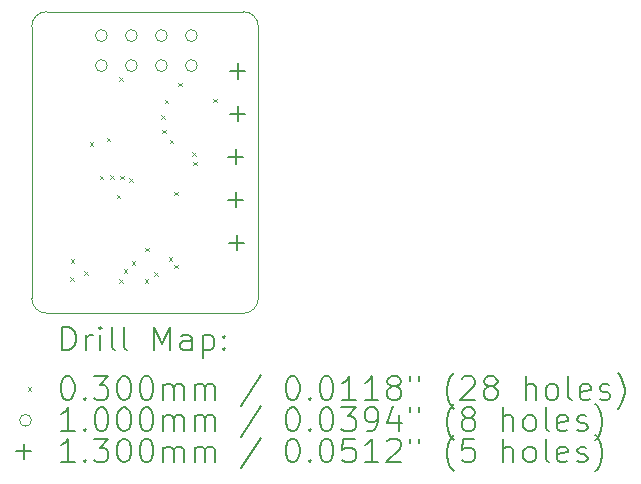
<source format=gbr>
%TF.GenerationSoftware,KiCad,Pcbnew,8.0.5*%
%TF.CreationDate,2025-02-24T22:09:01-06:00*%
%TF.ProjectId,spudglo_driver_mini_v1p0,73707564-676c-46f5-9f64-72697665725f,rev?*%
%TF.SameCoordinates,Original*%
%TF.FileFunction,Drillmap*%
%TF.FilePolarity,Positive*%
%FSLAX45Y45*%
G04 Gerber Fmt 4.5, Leading zero omitted, Abs format (unit mm)*
G04 Created by KiCad (PCBNEW 8.0.5) date 2025-02-24 22:09:01*
%MOMM*%
%LPD*%
G01*
G04 APERTURE LIST*
%ADD10C,0.050000*%
%ADD11C,0.200000*%
%ADD12C,0.100000*%
%ADD13C,0.130000*%
G04 APERTURE END LIST*
D10*
X20828359Y-5027854D02*
G75*
G02*
X20955361Y-5154216I3J-127001D01*
G01*
X20955362Y-7454216D02*
G75*
G02*
X20829000Y-7581215I-126681J-319D01*
G01*
X19163563Y-7581216D02*
G75*
G02*
X19036563Y-7454854I-319J126681D01*
G01*
X20827924Y-5027852D02*
X19162924Y-5027852D01*
X19163563Y-7581216D02*
X20829000Y-7581216D01*
X19036563Y-7454854D02*
X19036563Y-5154854D01*
X19036563Y-5154854D02*
G75*
G02*
X19162924Y-5027852I127001J3D01*
G01*
X20955362Y-7454216D02*
X20955362Y-5154216D01*
D11*
D12*
X19361074Y-7277926D02*
X19391074Y-7307926D01*
X19391074Y-7277926D02*
X19361074Y-7307926D01*
X19366100Y-7122121D02*
X19396100Y-7152121D01*
X19396100Y-7122121D02*
X19366100Y-7152121D01*
X19481000Y-7224000D02*
X19511000Y-7254000D01*
X19511000Y-7224000D02*
X19481000Y-7254000D01*
X19529500Y-6134000D02*
X19559500Y-6164000D01*
X19559500Y-6134000D02*
X19529500Y-6164000D01*
X19614000Y-6416000D02*
X19644000Y-6446000D01*
X19644000Y-6416000D02*
X19614000Y-6446000D01*
X19672927Y-6095073D02*
X19702927Y-6125073D01*
X19702927Y-6095073D02*
X19672927Y-6125073D01*
X19703813Y-6411909D02*
X19733813Y-6441909D01*
X19733813Y-6411909D02*
X19703813Y-6441909D01*
X19756973Y-6577000D02*
X19786973Y-6607000D01*
X19786973Y-6577000D02*
X19756973Y-6607000D01*
X19776254Y-7294000D02*
X19806254Y-7324000D01*
X19806254Y-7294000D02*
X19776254Y-7324000D01*
X19780000Y-5584000D02*
X19810000Y-5614000D01*
X19810000Y-5584000D02*
X19780000Y-5614000D01*
X19784033Y-6415689D02*
X19814033Y-6445689D01*
X19814033Y-6415689D02*
X19784033Y-6445689D01*
X19816973Y-7209364D02*
X19846973Y-7239364D01*
X19846973Y-7209364D02*
X19816973Y-7239364D01*
X19861306Y-6436400D02*
X19891306Y-6466400D01*
X19891306Y-6436400D02*
X19861306Y-6466400D01*
X19883987Y-7142351D02*
X19913987Y-7172351D01*
X19913987Y-7142351D02*
X19883987Y-7172351D01*
X19994594Y-7294883D02*
X20024594Y-7324883D01*
X20024594Y-7294883D02*
X19994594Y-7324883D01*
X19998000Y-7027669D02*
X20028000Y-7057669D01*
X20028000Y-7027669D02*
X19998000Y-7057669D01*
X20074090Y-7235090D02*
X20104090Y-7265090D01*
X20104090Y-7235090D02*
X20074090Y-7265090D01*
X20132000Y-5905000D02*
X20162000Y-5935000D01*
X20162000Y-5905000D02*
X20132000Y-5935000D01*
X20144000Y-6027000D02*
X20174000Y-6057000D01*
X20174000Y-6027000D02*
X20144000Y-6057000D01*
X20164605Y-5774312D02*
X20194605Y-5804312D01*
X20194605Y-5774312D02*
X20164605Y-5804312D01*
X20197749Y-7105622D02*
X20227749Y-7135622D01*
X20227749Y-7105622D02*
X20197749Y-7135622D01*
X20204932Y-6111000D02*
X20234932Y-6141000D01*
X20234932Y-6111000D02*
X20204932Y-6141000D01*
X20242000Y-7172270D02*
X20272000Y-7202270D01*
X20272000Y-7172270D02*
X20242000Y-7202270D01*
X20244003Y-6551850D02*
X20274003Y-6581850D01*
X20274003Y-6551850D02*
X20244003Y-6581850D01*
X20277079Y-5628599D02*
X20307079Y-5658599D01*
X20307079Y-5628599D02*
X20277079Y-5658599D01*
X20396558Y-6217774D02*
X20426558Y-6247774D01*
X20426558Y-6217774D02*
X20396558Y-6247774D01*
X20404932Y-6300000D02*
X20434932Y-6330000D01*
X20434932Y-6300000D02*
X20404932Y-6330000D01*
X20572000Y-5767000D02*
X20602000Y-5797000D01*
X20602000Y-5767000D02*
X20572000Y-5797000D01*
X19677000Y-5230000D02*
G75*
G02*
X19577000Y-5230000I-50000J0D01*
G01*
X19577000Y-5230000D02*
G75*
G02*
X19677000Y-5230000I50000J0D01*
G01*
X19677000Y-5484000D02*
G75*
G02*
X19577000Y-5484000I-50000J0D01*
G01*
X19577000Y-5484000D02*
G75*
G02*
X19677000Y-5484000I50000J0D01*
G01*
X19931000Y-5484000D02*
G75*
G02*
X19831000Y-5484000I-50000J0D01*
G01*
X19831000Y-5484000D02*
G75*
G02*
X19931000Y-5484000I50000J0D01*
G01*
X19931000Y-5230000D02*
G75*
G02*
X19831000Y-5230000I-50000J0D01*
G01*
X19831000Y-5230000D02*
G75*
G02*
X19931000Y-5230000I50000J0D01*
G01*
X20185000Y-5230000D02*
G75*
G02*
X20085000Y-5230000I-50000J0D01*
G01*
X20085000Y-5230000D02*
G75*
G02*
X20185000Y-5230000I50000J0D01*
G01*
X20185000Y-5484000D02*
G75*
G02*
X20085000Y-5484000I-50000J0D01*
G01*
X20085000Y-5484000D02*
G75*
G02*
X20185000Y-5484000I50000J0D01*
G01*
X20439000Y-5230000D02*
G75*
G02*
X20339000Y-5230000I-50000J0D01*
G01*
X20339000Y-5230000D02*
G75*
G02*
X20439000Y-5230000I50000J0D01*
G01*
X20439000Y-5484000D02*
G75*
G02*
X20339000Y-5484000I-50000J0D01*
G01*
X20339000Y-5484000D02*
G75*
G02*
X20439000Y-5484000I50000J0D01*
G01*
D13*
X20763000Y-6190000D02*
X20763000Y-6320000D01*
X20698000Y-6255000D02*
X20828000Y-6255000D01*
X20763000Y-6555000D02*
X20763000Y-6685000D01*
X20698000Y-6620000D02*
X20828000Y-6620000D01*
X20771000Y-6919000D02*
X20771000Y-7049000D01*
X20706000Y-6984000D02*
X20836000Y-6984000D01*
X20780000Y-5464000D02*
X20780000Y-5594000D01*
X20715000Y-5529000D02*
X20845000Y-5529000D01*
X20781000Y-5826000D02*
X20781000Y-5956000D01*
X20716000Y-5891000D02*
X20846000Y-5891000D01*
D11*
X19294839Y-7895200D02*
X19294839Y-7695200D01*
X19294839Y-7695200D02*
X19342458Y-7695200D01*
X19342458Y-7695200D02*
X19371030Y-7704724D01*
X19371030Y-7704724D02*
X19390078Y-7723771D01*
X19390078Y-7723771D02*
X19399601Y-7742819D01*
X19399601Y-7742819D02*
X19409125Y-7780914D01*
X19409125Y-7780914D02*
X19409125Y-7809486D01*
X19409125Y-7809486D02*
X19399601Y-7847581D01*
X19399601Y-7847581D02*
X19390078Y-7866628D01*
X19390078Y-7866628D02*
X19371030Y-7885676D01*
X19371030Y-7885676D02*
X19342458Y-7895200D01*
X19342458Y-7895200D02*
X19294839Y-7895200D01*
X19494839Y-7895200D02*
X19494839Y-7761866D01*
X19494839Y-7799962D02*
X19504363Y-7780914D01*
X19504363Y-7780914D02*
X19513887Y-7771390D01*
X19513887Y-7771390D02*
X19532935Y-7761866D01*
X19532935Y-7761866D02*
X19551982Y-7761866D01*
X19618649Y-7895200D02*
X19618649Y-7761866D01*
X19618649Y-7695200D02*
X19609125Y-7704724D01*
X19609125Y-7704724D02*
X19618649Y-7714247D01*
X19618649Y-7714247D02*
X19628173Y-7704724D01*
X19628173Y-7704724D02*
X19618649Y-7695200D01*
X19618649Y-7695200D02*
X19618649Y-7714247D01*
X19742458Y-7895200D02*
X19723411Y-7885676D01*
X19723411Y-7885676D02*
X19713887Y-7866628D01*
X19713887Y-7866628D02*
X19713887Y-7695200D01*
X19847220Y-7895200D02*
X19828173Y-7885676D01*
X19828173Y-7885676D02*
X19818649Y-7866628D01*
X19818649Y-7866628D02*
X19818649Y-7695200D01*
X20075792Y-7895200D02*
X20075792Y-7695200D01*
X20075792Y-7695200D02*
X20142459Y-7838057D01*
X20142459Y-7838057D02*
X20209125Y-7695200D01*
X20209125Y-7695200D02*
X20209125Y-7895200D01*
X20390078Y-7895200D02*
X20390078Y-7790438D01*
X20390078Y-7790438D02*
X20380554Y-7771390D01*
X20380554Y-7771390D02*
X20361506Y-7761866D01*
X20361506Y-7761866D02*
X20323411Y-7761866D01*
X20323411Y-7761866D02*
X20304363Y-7771390D01*
X20390078Y-7885676D02*
X20371030Y-7895200D01*
X20371030Y-7895200D02*
X20323411Y-7895200D01*
X20323411Y-7895200D02*
X20304363Y-7885676D01*
X20304363Y-7885676D02*
X20294839Y-7866628D01*
X20294839Y-7866628D02*
X20294839Y-7847581D01*
X20294839Y-7847581D02*
X20304363Y-7828533D01*
X20304363Y-7828533D02*
X20323411Y-7819009D01*
X20323411Y-7819009D02*
X20371030Y-7819009D01*
X20371030Y-7819009D02*
X20390078Y-7809486D01*
X20485316Y-7761866D02*
X20485316Y-7961866D01*
X20485316Y-7771390D02*
X20504363Y-7761866D01*
X20504363Y-7761866D02*
X20542459Y-7761866D01*
X20542459Y-7761866D02*
X20561506Y-7771390D01*
X20561506Y-7771390D02*
X20571030Y-7780914D01*
X20571030Y-7780914D02*
X20580554Y-7799962D01*
X20580554Y-7799962D02*
X20580554Y-7857105D01*
X20580554Y-7857105D02*
X20571030Y-7876152D01*
X20571030Y-7876152D02*
X20561506Y-7885676D01*
X20561506Y-7885676D02*
X20542459Y-7895200D01*
X20542459Y-7895200D02*
X20504363Y-7895200D01*
X20504363Y-7895200D02*
X20485316Y-7885676D01*
X20666268Y-7876152D02*
X20675792Y-7885676D01*
X20675792Y-7885676D02*
X20666268Y-7895200D01*
X20666268Y-7895200D02*
X20656744Y-7885676D01*
X20656744Y-7885676D02*
X20666268Y-7876152D01*
X20666268Y-7876152D02*
X20666268Y-7895200D01*
X20666268Y-7771390D02*
X20675792Y-7780914D01*
X20675792Y-7780914D02*
X20666268Y-7790438D01*
X20666268Y-7790438D02*
X20656744Y-7780914D01*
X20656744Y-7780914D02*
X20666268Y-7771390D01*
X20666268Y-7771390D02*
X20666268Y-7790438D01*
D12*
X19004063Y-8208716D02*
X19034063Y-8238716D01*
X19034063Y-8208716D02*
X19004063Y-8238716D01*
D11*
X19332935Y-8115200D02*
X19351982Y-8115200D01*
X19351982Y-8115200D02*
X19371030Y-8124724D01*
X19371030Y-8124724D02*
X19380554Y-8134247D01*
X19380554Y-8134247D02*
X19390078Y-8153295D01*
X19390078Y-8153295D02*
X19399601Y-8191390D01*
X19399601Y-8191390D02*
X19399601Y-8239009D01*
X19399601Y-8239009D02*
X19390078Y-8277105D01*
X19390078Y-8277105D02*
X19380554Y-8296152D01*
X19380554Y-8296152D02*
X19371030Y-8305676D01*
X19371030Y-8305676D02*
X19351982Y-8315200D01*
X19351982Y-8315200D02*
X19332935Y-8315200D01*
X19332935Y-8315200D02*
X19313887Y-8305676D01*
X19313887Y-8305676D02*
X19304363Y-8296152D01*
X19304363Y-8296152D02*
X19294839Y-8277105D01*
X19294839Y-8277105D02*
X19285316Y-8239009D01*
X19285316Y-8239009D02*
X19285316Y-8191390D01*
X19285316Y-8191390D02*
X19294839Y-8153295D01*
X19294839Y-8153295D02*
X19304363Y-8134247D01*
X19304363Y-8134247D02*
X19313887Y-8124724D01*
X19313887Y-8124724D02*
X19332935Y-8115200D01*
X19485316Y-8296152D02*
X19494839Y-8305676D01*
X19494839Y-8305676D02*
X19485316Y-8315200D01*
X19485316Y-8315200D02*
X19475792Y-8305676D01*
X19475792Y-8305676D02*
X19485316Y-8296152D01*
X19485316Y-8296152D02*
X19485316Y-8315200D01*
X19561506Y-8115200D02*
X19685316Y-8115200D01*
X19685316Y-8115200D02*
X19618649Y-8191390D01*
X19618649Y-8191390D02*
X19647220Y-8191390D01*
X19647220Y-8191390D02*
X19666268Y-8200914D01*
X19666268Y-8200914D02*
X19675792Y-8210438D01*
X19675792Y-8210438D02*
X19685316Y-8229486D01*
X19685316Y-8229486D02*
X19685316Y-8277105D01*
X19685316Y-8277105D02*
X19675792Y-8296152D01*
X19675792Y-8296152D02*
X19666268Y-8305676D01*
X19666268Y-8305676D02*
X19647220Y-8315200D01*
X19647220Y-8315200D02*
X19590078Y-8315200D01*
X19590078Y-8315200D02*
X19571030Y-8305676D01*
X19571030Y-8305676D02*
X19561506Y-8296152D01*
X19809125Y-8115200D02*
X19828173Y-8115200D01*
X19828173Y-8115200D02*
X19847220Y-8124724D01*
X19847220Y-8124724D02*
X19856744Y-8134247D01*
X19856744Y-8134247D02*
X19866268Y-8153295D01*
X19866268Y-8153295D02*
X19875792Y-8191390D01*
X19875792Y-8191390D02*
X19875792Y-8239009D01*
X19875792Y-8239009D02*
X19866268Y-8277105D01*
X19866268Y-8277105D02*
X19856744Y-8296152D01*
X19856744Y-8296152D02*
X19847220Y-8305676D01*
X19847220Y-8305676D02*
X19828173Y-8315200D01*
X19828173Y-8315200D02*
X19809125Y-8315200D01*
X19809125Y-8315200D02*
X19790078Y-8305676D01*
X19790078Y-8305676D02*
X19780554Y-8296152D01*
X19780554Y-8296152D02*
X19771030Y-8277105D01*
X19771030Y-8277105D02*
X19761506Y-8239009D01*
X19761506Y-8239009D02*
X19761506Y-8191390D01*
X19761506Y-8191390D02*
X19771030Y-8153295D01*
X19771030Y-8153295D02*
X19780554Y-8134247D01*
X19780554Y-8134247D02*
X19790078Y-8124724D01*
X19790078Y-8124724D02*
X19809125Y-8115200D01*
X19999601Y-8115200D02*
X20018649Y-8115200D01*
X20018649Y-8115200D02*
X20037697Y-8124724D01*
X20037697Y-8124724D02*
X20047220Y-8134247D01*
X20047220Y-8134247D02*
X20056744Y-8153295D01*
X20056744Y-8153295D02*
X20066268Y-8191390D01*
X20066268Y-8191390D02*
X20066268Y-8239009D01*
X20066268Y-8239009D02*
X20056744Y-8277105D01*
X20056744Y-8277105D02*
X20047220Y-8296152D01*
X20047220Y-8296152D02*
X20037697Y-8305676D01*
X20037697Y-8305676D02*
X20018649Y-8315200D01*
X20018649Y-8315200D02*
X19999601Y-8315200D01*
X19999601Y-8315200D02*
X19980554Y-8305676D01*
X19980554Y-8305676D02*
X19971030Y-8296152D01*
X19971030Y-8296152D02*
X19961506Y-8277105D01*
X19961506Y-8277105D02*
X19951982Y-8239009D01*
X19951982Y-8239009D02*
X19951982Y-8191390D01*
X19951982Y-8191390D02*
X19961506Y-8153295D01*
X19961506Y-8153295D02*
X19971030Y-8134247D01*
X19971030Y-8134247D02*
X19980554Y-8124724D01*
X19980554Y-8124724D02*
X19999601Y-8115200D01*
X20151982Y-8315200D02*
X20151982Y-8181866D01*
X20151982Y-8200914D02*
X20161506Y-8191390D01*
X20161506Y-8191390D02*
X20180554Y-8181866D01*
X20180554Y-8181866D02*
X20209125Y-8181866D01*
X20209125Y-8181866D02*
X20228173Y-8191390D01*
X20228173Y-8191390D02*
X20237697Y-8210438D01*
X20237697Y-8210438D02*
X20237697Y-8315200D01*
X20237697Y-8210438D02*
X20247220Y-8191390D01*
X20247220Y-8191390D02*
X20266268Y-8181866D01*
X20266268Y-8181866D02*
X20294839Y-8181866D01*
X20294839Y-8181866D02*
X20313887Y-8191390D01*
X20313887Y-8191390D02*
X20323411Y-8210438D01*
X20323411Y-8210438D02*
X20323411Y-8315200D01*
X20418649Y-8315200D02*
X20418649Y-8181866D01*
X20418649Y-8200914D02*
X20428173Y-8191390D01*
X20428173Y-8191390D02*
X20447220Y-8181866D01*
X20447220Y-8181866D02*
X20475792Y-8181866D01*
X20475792Y-8181866D02*
X20494840Y-8191390D01*
X20494840Y-8191390D02*
X20504363Y-8210438D01*
X20504363Y-8210438D02*
X20504363Y-8315200D01*
X20504363Y-8210438D02*
X20513887Y-8191390D01*
X20513887Y-8191390D02*
X20532935Y-8181866D01*
X20532935Y-8181866D02*
X20561506Y-8181866D01*
X20561506Y-8181866D02*
X20580554Y-8191390D01*
X20580554Y-8191390D02*
X20590078Y-8210438D01*
X20590078Y-8210438D02*
X20590078Y-8315200D01*
X20980554Y-8105676D02*
X20809125Y-8362819D01*
X21237697Y-8115200D02*
X21256744Y-8115200D01*
X21256744Y-8115200D02*
X21275792Y-8124724D01*
X21275792Y-8124724D02*
X21285316Y-8134247D01*
X21285316Y-8134247D02*
X21294840Y-8153295D01*
X21294840Y-8153295D02*
X21304363Y-8191390D01*
X21304363Y-8191390D02*
X21304363Y-8239009D01*
X21304363Y-8239009D02*
X21294840Y-8277105D01*
X21294840Y-8277105D02*
X21285316Y-8296152D01*
X21285316Y-8296152D02*
X21275792Y-8305676D01*
X21275792Y-8305676D02*
X21256744Y-8315200D01*
X21256744Y-8315200D02*
X21237697Y-8315200D01*
X21237697Y-8315200D02*
X21218649Y-8305676D01*
X21218649Y-8305676D02*
X21209125Y-8296152D01*
X21209125Y-8296152D02*
X21199602Y-8277105D01*
X21199602Y-8277105D02*
X21190078Y-8239009D01*
X21190078Y-8239009D02*
X21190078Y-8191390D01*
X21190078Y-8191390D02*
X21199602Y-8153295D01*
X21199602Y-8153295D02*
X21209125Y-8134247D01*
X21209125Y-8134247D02*
X21218649Y-8124724D01*
X21218649Y-8124724D02*
X21237697Y-8115200D01*
X21390078Y-8296152D02*
X21399602Y-8305676D01*
X21399602Y-8305676D02*
X21390078Y-8315200D01*
X21390078Y-8315200D02*
X21380554Y-8305676D01*
X21380554Y-8305676D02*
X21390078Y-8296152D01*
X21390078Y-8296152D02*
X21390078Y-8315200D01*
X21523411Y-8115200D02*
X21542459Y-8115200D01*
X21542459Y-8115200D02*
X21561506Y-8124724D01*
X21561506Y-8124724D02*
X21571030Y-8134247D01*
X21571030Y-8134247D02*
X21580554Y-8153295D01*
X21580554Y-8153295D02*
X21590078Y-8191390D01*
X21590078Y-8191390D02*
X21590078Y-8239009D01*
X21590078Y-8239009D02*
X21580554Y-8277105D01*
X21580554Y-8277105D02*
X21571030Y-8296152D01*
X21571030Y-8296152D02*
X21561506Y-8305676D01*
X21561506Y-8305676D02*
X21542459Y-8315200D01*
X21542459Y-8315200D02*
X21523411Y-8315200D01*
X21523411Y-8315200D02*
X21504363Y-8305676D01*
X21504363Y-8305676D02*
X21494840Y-8296152D01*
X21494840Y-8296152D02*
X21485316Y-8277105D01*
X21485316Y-8277105D02*
X21475792Y-8239009D01*
X21475792Y-8239009D02*
X21475792Y-8191390D01*
X21475792Y-8191390D02*
X21485316Y-8153295D01*
X21485316Y-8153295D02*
X21494840Y-8134247D01*
X21494840Y-8134247D02*
X21504363Y-8124724D01*
X21504363Y-8124724D02*
X21523411Y-8115200D01*
X21780554Y-8315200D02*
X21666268Y-8315200D01*
X21723411Y-8315200D02*
X21723411Y-8115200D01*
X21723411Y-8115200D02*
X21704363Y-8143771D01*
X21704363Y-8143771D02*
X21685316Y-8162819D01*
X21685316Y-8162819D02*
X21666268Y-8172343D01*
X21971030Y-8315200D02*
X21856744Y-8315200D01*
X21913887Y-8315200D02*
X21913887Y-8115200D01*
X21913887Y-8115200D02*
X21894840Y-8143771D01*
X21894840Y-8143771D02*
X21875792Y-8162819D01*
X21875792Y-8162819D02*
X21856744Y-8172343D01*
X22085316Y-8200914D02*
X22066268Y-8191390D01*
X22066268Y-8191390D02*
X22056744Y-8181866D01*
X22056744Y-8181866D02*
X22047221Y-8162819D01*
X22047221Y-8162819D02*
X22047221Y-8153295D01*
X22047221Y-8153295D02*
X22056744Y-8134247D01*
X22056744Y-8134247D02*
X22066268Y-8124724D01*
X22066268Y-8124724D02*
X22085316Y-8115200D01*
X22085316Y-8115200D02*
X22123411Y-8115200D01*
X22123411Y-8115200D02*
X22142459Y-8124724D01*
X22142459Y-8124724D02*
X22151983Y-8134247D01*
X22151983Y-8134247D02*
X22161506Y-8153295D01*
X22161506Y-8153295D02*
X22161506Y-8162819D01*
X22161506Y-8162819D02*
X22151983Y-8181866D01*
X22151983Y-8181866D02*
X22142459Y-8191390D01*
X22142459Y-8191390D02*
X22123411Y-8200914D01*
X22123411Y-8200914D02*
X22085316Y-8200914D01*
X22085316Y-8200914D02*
X22066268Y-8210438D01*
X22066268Y-8210438D02*
X22056744Y-8219962D01*
X22056744Y-8219962D02*
X22047221Y-8239009D01*
X22047221Y-8239009D02*
X22047221Y-8277105D01*
X22047221Y-8277105D02*
X22056744Y-8296152D01*
X22056744Y-8296152D02*
X22066268Y-8305676D01*
X22066268Y-8305676D02*
X22085316Y-8315200D01*
X22085316Y-8315200D02*
X22123411Y-8315200D01*
X22123411Y-8315200D02*
X22142459Y-8305676D01*
X22142459Y-8305676D02*
X22151983Y-8296152D01*
X22151983Y-8296152D02*
X22161506Y-8277105D01*
X22161506Y-8277105D02*
X22161506Y-8239009D01*
X22161506Y-8239009D02*
X22151983Y-8219962D01*
X22151983Y-8219962D02*
X22142459Y-8210438D01*
X22142459Y-8210438D02*
X22123411Y-8200914D01*
X22237697Y-8115200D02*
X22237697Y-8153295D01*
X22313887Y-8115200D02*
X22313887Y-8153295D01*
X22609125Y-8391390D02*
X22599602Y-8381866D01*
X22599602Y-8381866D02*
X22580554Y-8353295D01*
X22580554Y-8353295D02*
X22571030Y-8334247D01*
X22571030Y-8334247D02*
X22561506Y-8305676D01*
X22561506Y-8305676D02*
X22551983Y-8258057D01*
X22551983Y-8258057D02*
X22551983Y-8219962D01*
X22551983Y-8219962D02*
X22561506Y-8172343D01*
X22561506Y-8172343D02*
X22571030Y-8143771D01*
X22571030Y-8143771D02*
X22580554Y-8124724D01*
X22580554Y-8124724D02*
X22599602Y-8096152D01*
X22599602Y-8096152D02*
X22609125Y-8086628D01*
X22675792Y-8134247D02*
X22685316Y-8124724D01*
X22685316Y-8124724D02*
X22704363Y-8115200D01*
X22704363Y-8115200D02*
X22751983Y-8115200D01*
X22751983Y-8115200D02*
X22771030Y-8124724D01*
X22771030Y-8124724D02*
X22780554Y-8134247D01*
X22780554Y-8134247D02*
X22790078Y-8153295D01*
X22790078Y-8153295D02*
X22790078Y-8172343D01*
X22790078Y-8172343D02*
X22780554Y-8200914D01*
X22780554Y-8200914D02*
X22666268Y-8315200D01*
X22666268Y-8315200D02*
X22790078Y-8315200D01*
X22904363Y-8200914D02*
X22885316Y-8191390D01*
X22885316Y-8191390D02*
X22875792Y-8181866D01*
X22875792Y-8181866D02*
X22866268Y-8162819D01*
X22866268Y-8162819D02*
X22866268Y-8153295D01*
X22866268Y-8153295D02*
X22875792Y-8134247D01*
X22875792Y-8134247D02*
X22885316Y-8124724D01*
X22885316Y-8124724D02*
X22904363Y-8115200D01*
X22904363Y-8115200D02*
X22942459Y-8115200D01*
X22942459Y-8115200D02*
X22961506Y-8124724D01*
X22961506Y-8124724D02*
X22971030Y-8134247D01*
X22971030Y-8134247D02*
X22980554Y-8153295D01*
X22980554Y-8153295D02*
X22980554Y-8162819D01*
X22980554Y-8162819D02*
X22971030Y-8181866D01*
X22971030Y-8181866D02*
X22961506Y-8191390D01*
X22961506Y-8191390D02*
X22942459Y-8200914D01*
X22942459Y-8200914D02*
X22904363Y-8200914D01*
X22904363Y-8200914D02*
X22885316Y-8210438D01*
X22885316Y-8210438D02*
X22875792Y-8219962D01*
X22875792Y-8219962D02*
X22866268Y-8239009D01*
X22866268Y-8239009D02*
X22866268Y-8277105D01*
X22866268Y-8277105D02*
X22875792Y-8296152D01*
X22875792Y-8296152D02*
X22885316Y-8305676D01*
X22885316Y-8305676D02*
X22904363Y-8315200D01*
X22904363Y-8315200D02*
X22942459Y-8315200D01*
X22942459Y-8315200D02*
X22961506Y-8305676D01*
X22961506Y-8305676D02*
X22971030Y-8296152D01*
X22971030Y-8296152D02*
X22980554Y-8277105D01*
X22980554Y-8277105D02*
X22980554Y-8239009D01*
X22980554Y-8239009D02*
X22971030Y-8219962D01*
X22971030Y-8219962D02*
X22961506Y-8210438D01*
X22961506Y-8210438D02*
X22942459Y-8200914D01*
X23218649Y-8315200D02*
X23218649Y-8115200D01*
X23304364Y-8315200D02*
X23304364Y-8210438D01*
X23304364Y-8210438D02*
X23294840Y-8191390D01*
X23294840Y-8191390D02*
X23275792Y-8181866D01*
X23275792Y-8181866D02*
X23247221Y-8181866D01*
X23247221Y-8181866D02*
X23228173Y-8191390D01*
X23228173Y-8191390D02*
X23218649Y-8200914D01*
X23428173Y-8315200D02*
X23409125Y-8305676D01*
X23409125Y-8305676D02*
X23399602Y-8296152D01*
X23399602Y-8296152D02*
X23390078Y-8277105D01*
X23390078Y-8277105D02*
X23390078Y-8219962D01*
X23390078Y-8219962D02*
X23399602Y-8200914D01*
X23399602Y-8200914D02*
X23409125Y-8191390D01*
X23409125Y-8191390D02*
X23428173Y-8181866D01*
X23428173Y-8181866D02*
X23456745Y-8181866D01*
X23456745Y-8181866D02*
X23475792Y-8191390D01*
X23475792Y-8191390D02*
X23485316Y-8200914D01*
X23485316Y-8200914D02*
X23494840Y-8219962D01*
X23494840Y-8219962D02*
X23494840Y-8277105D01*
X23494840Y-8277105D02*
X23485316Y-8296152D01*
X23485316Y-8296152D02*
X23475792Y-8305676D01*
X23475792Y-8305676D02*
X23456745Y-8315200D01*
X23456745Y-8315200D02*
X23428173Y-8315200D01*
X23609125Y-8315200D02*
X23590078Y-8305676D01*
X23590078Y-8305676D02*
X23580554Y-8286628D01*
X23580554Y-8286628D02*
X23580554Y-8115200D01*
X23761506Y-8305676D02*
X23742459Y-8315200D01*
X23742459Y-8315200D02*
X23704364Y-8315200D01*
X23704364Y-8315200D02*
X23685316Y-8305676D01*
X23685316Y-8305676D02*
X23675792Y-8286628D01*
X23675792Y-8286628D02*
X23675792Y-8210438D01*
X23675792Y-8210438D02*
X23685316Y-8191390D01*
X23685316Y-8191390D02*
X23704364Y-8181866D01*
X23704364Y-8181866D02*
X23742459Y-8181866D01*
X23742459Y-8181866D02*
X23761506Y-8191390D01*
X23761506Y-8191390D02*
X23771030Y-8210438D01*
X23771030Y-8210438D02*
X23771030Y-8229486D01*
X23771030Y-8229486D02*
X23675792Y-8248533D01*
X23847221Y-8305676D02*
X23866268Y-8315200D01*
X23866268Y-8315200D02*
X23904364Y-8315200D01*
X23904364Y-8315200D02*
X23923411Y-8305676D01*
X23923411Y-8305676D02*
X23932935Y-8286628D01*
X23932935Y-8286628D02*
X23932935Y-8277105D01*
X23932935Y-8277105D02*
X23923411Y-8258057D01*
X23923411Y-8258057D02*
X23904364Y-8248533D01*
X23904364Y-8248533D02*
X23875792Y-8248533D01*
X23875792Y-8248533D02*
X23856745Y-8239009D01*
X23856745Y-8239009D02*
X23847221Y-8219962D01*
X23847221Y-8219962D02*
X23847221Y-8210438D01*
X23847221Y-8210438D02*
X23856745Y-8191390D01*
X23856745Y-8191390D02*
X23875792Y-8181866D01*
X23875792Y-8181866D02*
X23904364Y-8181866D01*
X23904364Y-8181866D02*
X23923411Y-8191390D01*
X23999602Y-8391390D02*
X24009126Y-8381866D01*
X24009126Y-8381866D02*
X24028173Y-8353295D01*
X24028173Y-8353295D02*
X24037697Y-8334247D01*
X24037697Y-8334247D02*
X24047221Y-8305676D01*
X24047221Y-8305676D02*
X24056745Y-8258057D01*
X24056745Y-8258057D02*
X24056745Y-8219962D01*
X24056745Y-8219962D02*
X24047221Y-8172343D01*
X24047221Y-8172343D02*
X24037697Y-8143771D01*
X24037697Y-8143771D02*
X24028173Y-8124724D01*
X24028173Y-8124724D02*
X24009126Y-8096152D01*
X24009126Y-8096152D02*
X23999602Y-8086628D01*
D12*
X19034063Y-8487716D02*
G75*
G02*
X18934063Y-8487716I-50000J0D01*
G01*
X18934063Y-8487716D02*
G75*
G02*
X19034063Y-8487716I50000J0D01*
G01*
D11*
X19399601Y-8579200D02*
X19285316Y-8579200D01*
X19342458Y-8579200D02*
X19342458Y-8379200D01*
X19342458Y-8379200D02*
X19323411Y-8407771D01*
X19323411Y-8407771D02*
X19304363Y-8426819D01*
X19304363Y-8426819D02*
X19285316Y-8436343D01*
X19485316Y-8560152D02*
X19494839Y-8569676D01*
X19494839Y-8569676D02*
X19485316Y-8579200D01*
X19485316Y-8579200D02*
X19475792Y-8569676D01*
X19475792Y-8569676D02*
X19485316Y-8560152D01*
X19485316Y-8560152D02*
X19485316Y-8579200D01*
X19618649Y-8379200D02*
X19637697Y-8379200D01*
X19637697Y-8379200D02*
X19656744Y-8388724D01*
X19656744Y-8388724D02*
X19666268Y-8398248D01*
X19666268Y-8398248D02*
X19675792Y-8417295D01*
X19675792Y-8417295D02*
X19685316Y-8455390D01*
X19685316Y-8455390D02*
X19685316Y-8503009D01*
X19685316Y-8503009D02*
X19675792Y-8541105D01*
X19675792Y-8541105D02*
X19666268Y-8560152D01*
X19666268Y-8560152D02*
X19656744Y-8569676D01*
X19656744Y-8569676D02*
X19637697Y-8579200D01*
X19637697Y-8579200D02*
X19618649Y-8579200D01*
X19618649Y-8579200D02*
X19599601Y-8569676D01*
X19599601Y-8569676D02*
X19590078Y-8560152D01*
X19590078Y-8560152D02*
X19580554Y-8541105D01*
X19580554Y-8541105D02*
X19571030Y-8503009D01*
X19571030Y-8503009D02*
X19571030Y-8455390D01*
X19571030Y-8455390D02*
X19580554Y-8417295D01*
X19580554Y-8417295D02*
X19590078Y-8398248D01*
X19590078Y-8398248D02*
X19599601Y-8388724D01*
X19599601Y-8388724D02*
X19618649Y-8379200D01*
X19809125Y-8379200D02*
X19828173Y-8379200D01*
X19828173Y-8379200D02*
X19847220Y-8388724D01*
X19847220Y-8388724D02*
X19856744Y-8398248D01*
X19856744Y-8398248D02*
X19866268Y-8417295D01*
X19866268Y-8417295D02*
X19875792Y-8455390D01*
X19875792Y-8455390D02*
X19875792Y-8503009D01*
X19875792Y-8503009D02*
X19866268Y-8541105D01*
X19866268Y-8541105D02*
X19856744Y-8560152D01*
X19856744Y-8560152D02*
X19847220Y-8569676D01*
X19847220Y-8569676D02*
X19828173Y-8579200D01*
X19828173Y-8579200D02*
X19809125Y-8579200D01*
X19809125Y-8579200D02*
X19790078Y-8569676D01*
X19790078Y-8569676D02*
X19780554Y-8560152D01*
X19780554Y-8560152D02*
X19771030Y-8541105D01*
X19771030Y-8541105D02*
X19761506Y-8503009D01*
X19761506Y-8503009D02*
X19761506Y-8455390D01*
X19761506Y-8455390D02*
X19771030Y-8417295D01*
X19771030Y-8417295D02*
X19780554Y-8398248D01*
X19780554Y-8398248D02*
X19790078Y-8388724D01*
X19790078Y-8388724D02*
X19809125Y-8379200D01*
X19999601Y-8379200D02*
X20018649Y-8379200D01*
X20018649Y-8379200D02*
X20037697Y-8388724D01*
X20037697Y-8388724D02*
X20047220Y-8398248D01*
X20047220Y-8398248D02*
X20056744Y-8417295D01*
X20056744Y-8417295D02*
X20066268Y-8455390D01*
X20066268Y-8455390D02*
X20066268Y-8503009D01*
X20066268Y-8503009D02*
X20056744Y-8541105D01*
X20056744Y-8541105D02*
X20047220Y-8560152D01*
X20047220Y-8560152D02*
X20037697Y-8569676D01*
X20037697Y-8569676D02*
X20018649Y-8579200D01*
X20018649Y-8579200D02*
X19999601Y-8579200D01*
X19999601Y-8579200D02*
X19980554Y-8569676D01*
X19980554Y-8569676D02*
X19971030Y-8560152D01*
X19971030Y-8560152D02*
X19961506Y-8541105D01*
X19961506Y-8541105D02*
X19951982Y-8503009D01*
X19951982Y-8503009D02*
X19951982Y-8455390D01*
X19951982Y-8455390D02*
X19961506Y-8417295D01*
X19961506Y-8417295D02*
X19971030Y-8398248D01*
X19971030Y-8398248D02*
X19980554Y-8388724D01*
X19980554Y-8388724D02*
X19999601Y-8379200D01*
X20151982Y-8579200D02*
X20151982Y-8445867D01*
X20151982Y-8464914D02*
X20161506Y-8455390D01*
X20161506Y-8455390D02*
X20180554Y-8445867D01*
X20180554Y-8445867D02*
X20209125Y-8445867D01*
X20209125Y-8445867D02*
X20228173Y-8455390D01*
X20228173Y-8455390D02*
X20237697Y-8474438D01*
X20237697Y-8474438D02*
X20237697Y-8579200D01*
X20237697Y-8474438D02*
X20247220Y-8455390D01*
X20247220Y-8455390D02*
X20266268Y-8445867D01*
X20266268Y-8445867D02*
X20294839Y-8445867D01*
X20294839Y-8445867D02*
X20313887Y-8455390D01*
X20313887Y-8455390D02*
X20323411Y-8474438D01*
X20323411Y-8474438D02*
X20323411Y-8579200D01*
X20418649Y-8579200D02*
X20418649Y-8445867D01*
X20418649Y-8464914D02*
X20428173Y-8455390D01*
X20428173Y-8455390D02*
X20447220Y-8445867D01*
X20447220Y-8445867D02*
X20475792Y-8445867D01*
X20475792Y-8445867D02*
X20494840Y-8455390D01*
X20494840Y-8455390D02*
X20504363Y-8474438D01*
X20504363Y-8474438D02*
X20504363Y-8579200D01*
X20504363Y-8474438D02*
X20513887Y-8455390D01*
X20513887Y-8455390D02*
X20532935Y-8445867D01*
X20532935Y-8445867D02*
X20561506Y-8445867D01*
X20561506Y-8445867D02*
X20580554Y-8455390D01*
X20580554Y-8455390D02*
X20590078Y-8474438D01*
X20590078Y-8474438D02*
X20590078Y-8579200D01*
X20980554Y-8369676D02*
X20809125Y-8626819D01*
X21237697Y-8379200D02*
X21256744Y-8379200D01*
X21256744Y-8379200D02*
X21275792Y-8388724D01*
X21275792Y-8388724D02*
X21285316Y-8398248D01*
X21285316Y-8398248D02*
X21294840Y-8417295D01*
X21294840Y-8417295D02*
X21304363Y-8455390D01*
X21304363Y-8455390D02*
X21304363Y-8503009D01*
X21304363Y-8503009D02*
X21294840Y-8541105D01*
X21294840Y-8541105D02*
X21285316Y-8560152D01*
X21285316Y-8560152D02*
X21275792Y-8569676D01*
X21275792Y-8569676D02*
X21256744Y-8579200D01*
X21256744Y-8579200D02*
X21237697Y-8579200D01*
X21237697Y-8579200D02*
X21218649Y-8569676D01*
X21218649Y-8569676D02*
X21209125Y-8560152D01*
X21209125Y-8560152D02*
X21199602Y-8541105D01*
X21199602Y-8541105D02*
X21190078Y-8503009D01*
X21190078Y-8503009D02*
X21190078Y-8455390D01*
X21190078Y-8455390D02*
X21199602Y-8417295D01*
X21199602Y-8417295D02*
X21209125Y-8398248D01*
X21209125Y-8398248D02*
X21218649Y-8388724D01*
X21218649Y-8388724D02*
X21237697Y-8379200D01*
X21390078Y-8560152D02*
X21399602Y-8569676D01*
X21399602Y-8569676D02*
X21390078Y-8579200D01*
X21390078Y-8579200D02*
X21380554Y-8569676D01*
X21380554Y-8569676D02*
X21390078Y-8560152D01*
X21390078Y-8560152D02*
X21390078Y-8579200D01*
X21523411Y-8379200D02*
X21542459Y-8379200D01*
X21542459Y-8379200D02*
X21561506Y-8388724D01*
X21561506Y-8388724D02*
X21571030Y-8398248D01*
X21571030Y-8398248D02*
X21580554Y-8417295D01*
X21580554Y-8417295D02*
X21590078Y-8455390D01*
X21590078Y-8455390D02*
X21590078Y-8503009D01*
X21590078Y-8503009D02*
X21580554Y-8541105D01*
X21580554Y-8541105D02*
X21571030Y-8560152D01*
X21571030Y-8560152D02*
X21561506Y-8569676D01*
X21561506Y-8569676D02*
X21542459Y-8579200D01*
X21542459Y-8579200D02*
X21523411Y-8579200D01*
X21523411Y-8579200D02*
X21504363Y-8569676D01*
X21504363Y-8569676D02*
X21494840Y-8560152D01*
X21494840Y-8560152D02*
X21485316Y-8541105D01*
X21485316Y-8541105D02*
X21475792Y-8503009D01*
X21475792Y-8503009D02*
X21475792Y-8455390D01*
X21475792Y-8455390D02*
X21485316Y-8417295D01*
X21485316Y-8417295D02*
X21494840Y-8398248D01*
X21494840Y-8398248D02*
X21504363Y-8388724D01*
X21504363Y-8388724D02*
X21523411Y-8379200D01*
X21656744Y-8379200D02*
X21780554Y-8379200D01*
X21780554Y-8379200D02*
X21713887Y-8455390D01*
X21713887Y-8455390D02*
X21742459Y-8455390D01*
X21742459Y-8455390D02*
X21761506Y-8464914D01*
X21761506Y-8464914D02*
X21771030Y-8474438D01*
X21771030Y-8474438D02*
X21780554Y-8493486D01*
X21780554Y-8493486D02*
X21780554Y-8541105D01*
X21780554Y-8541105D02*
X21771030Y-8560152D01*
X21771030Y-8560152D02*
X21761506Y-8569676D01*
X21761506Y-8569676D02*
X21742459Y-8579200D01*
X21742459Y-8579200D02*
X21685316Y-8579200D01*
X21685316Y-8579200D02*
X21666268Y-8569676D01*
X21666268Y-8569676D02*
X21656744Y-8560152D01*
X21875792Y-8579200D02*
X21913887Y-8579200D01*
X21913887Y-8579200D02*
X21932935Y-8569676D01*
X21932935Y-8569676D02*
X21942459Y-8560152D01*
X21942459Y-8560152D02*
X21961506Y-8531581D01*
X21961506Y-8531581D02*
X21971030Y-8493486D01*
X21971030Y-8493486D02*
X21971030Y-8417295D01*
X21971030Y-8417295D02*
X21961506Y-8398248D01*
X21961506Y-8398248D02*
X21951983Y-8388724D01*
X21951983Y-8388724D02*
X21932935Y-8379200D01*
X21932935Y-8379200D02*
X21894840Y-8379200D01*
X21894840Y-8379200D02*
X21875792Y-8388724D01*
X21875792Y-8388724D02*
X21866268Y-8398248D01*
X21866268Y-8398248D02*
X21856744Y-8417295D01*
X21856744Y-8417295D02*
X21856744Y-8464914D01*
X21856744Y-8464914D02*
X21866268Y-8483962D01*
X21866268Y-8483962D02*
X21875792Y-8493486D01*
X21875792Y-8493486D02*
X21894840Y-8503009D01*
X21894840Y-8503009D02*
X21932935Y-8503009D01*
X21932935Y-8503009D02*
X21951983Y-8493486D01*
X21951983Y-8493486D02*
X21961506Y-8483962D01*
X21961506Y-8483962D02*
X21971030Y-8464914D01*
X22142459Y-8445867D02*
X22142459Y-8579200D01*
X22094840Y-8369676D02*
X22047221Y-8512533D01*
X22047221Y-8512533D02*
X22171030Y-8512533D01*
X22237697Y-8379200D02*
X22237697Y-8417295D01*
X22313887Y-8379200D02*
X22313887Y-8417295D01*
X22609125Y-8655390D02*
X22599602Y-8645867D01*
X22599602Y-8645867D02*
X22580554Y-8617295D01*
X22580554Y-8617295D02*
X22571030Y-8598248D01*
X22571030Y-8598248D02*
X22561506Y-8569676D01*
X22561506Y-8569676D02*
X22551983Y-8522057D01*
X22551983Y-8522057D02*
X22551983Y-8483962D01*
X22551983Y-8483962D02*
X22561506Y-8436343D01*
X22561506Y-8436343D02*
X22571030Y-8407771D01*
X22571030Y-8407771D02*
X22580554Y-8388724D01*
X22580554Y-8388724D02*
X22599602Y-8360152D01*
X22599602Y-8360152D02*
X22609125Y-8350628D01*
X22713887Y-8464914D02*
X22694840Y-8455390D01*
X22694840Y-8455390D02*
X22685316Y-8445867D01*
X22685316Y-8445867D02*
X22675792Y-8426819D01*
X22675792Y-8426819D02*
X22675792Y-8417295D01*
X22675792Y-8417295D02*
X22685316Y-8398248D01*
X22685316Y-8398248D02*
X22694840Y-8388724D01*
X22694840Y-8388724D02*
X22713887Y-8379200D01*
X22713887Y-8379200D02*
X22751983Y-8379200D01*
X22751983Y-8379200D02*
X22771030Y-8388724D01*
X22771030Y-8388724D02*
X22780554Y-8398248D01*
X22780554Y-8398248D02*
X22790078Y-8417295D01*
X22790078Y-8417295D02*
X22790078Y-8426819D01*
X22790078Y-8426819D02*
X22780554Y-8445867D01*
X22780554Y-8445867D02*
X22771030Y-8455390D01*
X22771030Y-8455390D02*
X22751983Y-8464914D01*
X22751983Y-8464914D02*
X22713887Y-8464914D01*
X22713887Y-8464914D02*
X22694840Y-8474438D01*
X22694840Y-8474438D02*
X22685316Y-8483962D01*
X22685316Y-8483962D02*
X22675792Y-8503009D01*
X22675792Y-8503009D02*
X22675792Y-8541105D01*
X22675792Y-8541105D02*
X22685316Y-8560152D01*
X22685316Y-8560152D02*
X22694840Y-8569676D01*
X22694840Y-8569676D02*
X22713887Y-8579200D01*
X22713887Y-8579200D02*
X22751983Y-8579200D01*
X22751983Y-8579200D02*
X22771030Y-8569676D01*
X22771030Y-8569676D02*
X22780554Y-8560152D01*
X22780554Y-8560152D02*
X22790078Y-8541105D01*
X22790078Y-8541105D02*
X22790078Y-8503009D01*
X22790078Y-8503009D02*
X22780554Y-8483962D01*
X22780554Y-8483962D02*
X22771030Y-8474438D01*
X22771030Y-8474438D02*
X22751983Y-8464914D01*
X23028173Y-8579200D02*
X23028173Y-8379200D01*
X23113887Y-8579200D02*
X23113887Y-8474438D01*
X23113887Y-8474438D02*
X23104364Y-8455390D01*
X23104364Y-8455390D02*
X23085316Y-8445867D01*
X23085316Y-8445867D02*
X23056744Y-8445867D01*
X23056744Y-8445867D02*
X23037697Y-8455390D01*
X23037697Y-8455390D02*
X23028173Y-8464914D01*
X23237697Y-8579200D02*
X23218649Y-8569676D01*
X23218649Y-8569676D02*
X23209125Y-8560152D01*
X23209125Y-8560152D02*
X23199602Y-8541105D01*
X23199602Y-8541105D02*
X23199602Y-8483962D01*
X23199602Y-8483962D02*
X23209125Y-8464914D01*
X23209125Y-8464914D02*
X23218649Y-8455390D01*
X23218649Y-8455390D02*
X23237697Y-8445867D01*
X23237697Y-8445867D02*
X23266268Y-8445867D01*
X23266268Y-8445867D02*
X23285316Y-8455390D01*
X23285316Y-8455390D02*
X23294840Y-8464914D01*
X23294840Y-8464914D02*
X23304364Y-8483962D01*
X23304364Y-8483962D02*
X23304364Y-8541105D01*
X23304364Y-8541105D02*
X23294840Y-8560152D01*
X23294840Y-8560152D02*
X23285316Y-8569676D01*
X23285316Y-8569676D02*
X23266268Y-8579200D01*
X23266268Y-8579200D02*
X23237697Y-8579200D01*
X23418649Y-8579200D02*
X23399602Y-8569676D01*
X23399602Y-8569676D02*
X23390078Y-8550628D01*
X23390078Y-8550628D02*
X23390078Y-8379200D01*
X23571030Y-8569676D02*
X23551983Y-8579200D01*
X23551983Y-8579200D02*
X23513887Y-8579200D01*
X23513887Y-8579200D02*
X23494840Y-8569676D01*
X23494840Y-8569676D02*
X23485316Y-8550628D01*
X23485316Y-8550628D02*
X23485316Y-8474438D01*
X23485316Y-8474438D02*
X23494840Y-8455390D01*
X23494840Y-8455390D02*
X23513887Y-8445867D01*
X23513887Y-8445867D02*
X23551983Y-8445867D01*
X23551983Y-8445867D02*
X23571030Y-8455390D01*
X23571030Y-8455390D02*
X23580554Y-8474438D01*
X23580554Y-8474438D02*
X23580554Y-8493486D01*
X23580554Y-8493486D02*
X23485316Y-8512533D01*
X23656745Y-8569676D02*
X23675792Y-8579200D01*
X23675792Y-8579200D02*
X23713887Y-8579200D01*
X23713887Y-8579200D02*
X23732935Y-8569676D01*
X23732935Y-8569676D02*
X23742459Y-8550628D01*
X23742459Y-8550628D02*
X23742459Y-8541105D01*
X23742459Y-8541105D02*
X23732935Y-8522057D01*
X23732935Y-8522057D02*
X23713887Y-8512533D01*
X23713887Y-8512533D02*
X23685316Y-8512533D01*
X23685316Y-8512533D02*
X23666268Y-8503009D01*
X23666268Y-8503009D02*
X23656745Y-8483962D01*
X23656745Y-8483962D02*
X23656745Y-8474438D01*
X23656745Y-8474438D02*
X23666268Y-8455390D01*
X23666268Y-8455390D02*
X23685316Y-8445867D01*
X23685316Y-8445867D02*
X23713887Y-8445867D01*
X23713887Y-8445867D02*
X23732935Y-8455390D01*
X23809126Y-8655390D02*
X23818649Y-8645867D01*
X23818649Y-8645867D02*
X23837697Y-8617295D01*
X23837697Y-8617295D02*
X23847221Y-8598248D01*
X23847221Y-8598248D02*
X23856745Y-8569676D01*
X23856745Y-8569676D02*
X23866268Y-8522057D01*
X23866268Y-8522057D02*
X23866268Y-8483962D01*
X23866268Y-8483962D02*
X23856745Y-8436343D01*
X23856745Y-8436343D02*
X23847221Y-8407771D01*
X23847221Y-8407771D02*
X23837697Y-8388724D01*
X23837697Y-8388724D02*
X23818649Y-8360152D01*
X23818649Y-8360152D02*
X23809126Y-8350628D01*
D13*
X18969063Y-8686716D02*
X18969063Y-8816716D01*
X18904063Y-8751716D02*
X19034063Y-8751716D01*
D11*
X19399601Y-8843200D02*
X19285316Y-8843200D01*
X19342458Y-8843200D02*
X19342458Y-8643200D01*
X19342458Y-8643200D02*
X19323411Y-8671771D01*
X19323411Y-8671771D02*
X19304363Y-8690819D01*
X19304363Y-8690819D02*
X19285316Y-8700343D01*
X19485316Y-8824152D02*
X19494839Y-8833676D01*
X19494839Y-8833676D02*
X19485316Y-8843200D01*
X19485316Y-8843200D02*
X19475792Y-8833676D01*
X19475792Y-8833676D02*
X19485316Y-8824152D01*
X19485316Y-8824152D02*
X19485316Y-8843200D01*
X19561506Y-8643200D02*
X19685316Y-8643200D01*
X19685316Y-8643200D02*
X19618649Y-8719390D01*
X19618649Y-8719390D02*
X19647220Y-8719390D01*
X19647220Y-8719390D02*
X19666268Y-8728914D01*
X19666268Y-8728914D02*
X19675792Y-8738438D01*
X19675792Y-8738438D02*
X19685316Y-8757486D01*
X19685316Y-8757486D02*
X19685316Y-8805105D01*
X19685316Y-8805105D02*
X19675792Y-8824152D01*
X19675792Y-8824152D02*
X19666268Y-8833676D01*
X19666268Y-8833676D02*
X19647220Y-8843200D01*
X19647220Y-8843200D02*
X19590078Y-8843200D01*
X19590078Y-8843200D02*
X19571030Y-8833676D01*
X19571030Y-8833676D02*
X19561506Y-8824152D01*
X19809125Y-8643200D02*
X19828173Y-8643200D01*
X19828173Y-8643200D02*
X19847220Y-8652724D01*
X19847220Y-8652724D02*
X19856744Y-8662248D01*
X19856744Y-8662248D02*
X19866268Y-8681295D01*
X19866268Y-8681295D02*
X19875792Y-8719390D01*
X19875792Y-8719390D02*
X19875792Y-8767009D01*
X19875792Y-8767009D02*
X19866268Y-8805105D01*
X19866268Y-8805105D02*
X19856744Y-8824152D01*
X19856744Y-8824152D02*
X19847220Y-8833676D01*
X19847220Y-8833676D02*
X19828173Y-8843200D01*
X19828173Y-8843200D02*
X19809125Y-8843200D01*
X19809125Y-8843200D02*
X19790078Y-8833676D01*
X19790078Y-8833676D02*
X19780554Y-8824152D01*
X19780554Y-8824152D02*
X19771030Y-8805105D01*
X19771030Y-8805105D02*
X19761506Y-8767009D01*
X19761506Y-8767009D02*
X19761506Y-8719390D01*
X19761506Y-8719390D02*
X19771030Y-8681295D01*
X19771030Y-8681295D02*
X19780554Y-8662248D01*
X19780554Y-8662248D02*
X19790078Y-8652724D01*
X19790078Y-8652724D02*
X19809125Y-8643200D01*
X19999601Y-8643200D02*
X20018649Y-8643200D01*
X20018649Y-8643200D02*
X20037697Y-8652724D01*
X20037697Y-8652724D02*
X20047220Y-8662248D01*
X20047220Y-8662248D02*
X20056744Y-8681295D01*
X20056744Y-8681295D02*
X20066268Y-8719390D01*
X20066268Y-8719390D02*
X20066268Y-8767009D01*
X20066268Y-8767009D02*
X20056744Y-8805105D01*
X20056744Y-8805105D02*
X20047220Y-8824152D01*
X20047220Y-8824152D02*
X20037697Y-8833676D01*
X20037697Y-8833676D02*
X20018649Y-8843200D01*
X20018649Y-8843200D02*
X19999601Y-8843200D01*
X19999601Y-8843200D02*
X19980554Y-8833676D01*
X19980554Y-8833676D02*
X19971030Y-8824152D01*
X19971030Y-8824152D02*
X19961506Y-8805105D01*
X19961506Y-8805105D02*
X19951982Y-8767009D01*
X19951982Y-8767009D02*
X19951982Y-8719390D01*
X19951982Y-8719390D02*
X19961506Y-8681295D01*
X19961506Y-8681295D02*
X19971030Y-8662248D01*
X19971030Y-8662248D02*
X19980554Y-8652724D01*
X19980554Y-8652724D02*
X19999601Y-8643200D01*
X20151982Y-8843200D02*
X20151982Y-8709867D01*
X20151982Y-8728914D02*
X20161506Y-8719390D01*
X20161506Y-8719390D02*
X20180554Y-8709867D01*
X20180554Y-8709867D02*
X20209125Y-8709867D01*
X20209125Y-8709867D02*
X20228173Y-8719390D01*
X20228173Y-8719390D02*
X20237697Y-8738438D01*
X20237697Y-8738438D02*
X20237697Y-8843200D01*
X20237697Y-8738438D02*
X20247220Y-8719390D01*
X20247220Y-8719390D02*
X20266268Y-8709867D01*
X20266268Y-8709867D02*
X20294839Y-8709867D01*
X20294839Y-8709867D02*
X20313887Y-8719390D01*
X20313887Y-8719390D02*
X20323411Y-8738438D01*
X20323411Y-8738438D02*
X20323411Y-8843200D01*
X20418649Y-8843200D02*
X20418649Y-8709867D01*
X20418649Y-8728914D02*
X20428173Y-8719390D01*
X20428173Y-8719390D02*
X20447220Y-8709867D01*
X20447220Y-8709867D02*
X20475792Y-8709867D01*
X20475792Y-8709867D02*
X20494840Y-8719390D01*
X20494840Y-8719390D02*
X20504363Y-8738438D01*
X20504363Y-8738438D02*
X20504363Y-8843200D01*
X20504363Y-8738438D02*
X20513887Y-8719390D01*
X20513887Y-8719390D02*
X20532935Y-8709867D01*
X20532935Y-8709867D02*
X20561506Y-8709867D01*
X20561506Y-8709867D02*
X20580554Y-8719390D01*
X20580554Y-8719390D02*
X20590078Y-8738438D01*
X20590078Y-8738438D02*
X20590078Y-8843200D01*
X20980554Y-8633676D02*
X20809125Y-8890819D01*
X21237697Y-8643200D02*
X21256744Y-8643200D01*
X21256744Y-8643200D02*
X21275792Y-8652724D01*
X21275792Y-8652724D02*
X21285316Y-8662248D01*
X21285316Y-8662248D02*
X21294840Y-8681295D01*
X21294840Y-8681295D02*
X21304363Y-8719390D01*
X21304363Y-8719390D02*
X21304363Y-8767009D01*
X21304363Y-8767009D02*
X21294840Y-8805105D01*
X21294840Y-8805105D02*
X21285316Y-8824152D01*
X21285316Y-8824152D02*
X21275792Y-8833676D01*
X21275792Y-8833676D02*
X21256744Y-8843200D01*
X21256744Y-8843200D02*
X21237697Y-8843200D01*
X21237697Y-8843200D02*
X21218649Y-8833676D01*
X21218649Y-8833676D02*
X21209125Y-8824152D01*
X21209125Y-8824152D02*
X21199602Y-8805105D01*
X21199602Y-8805105D02*
X21190078Y-8767009D01*
X21190078Y-8767009D02*
X21190078Y-8719390D01*
X21190078Y-8719390D02*
X21199602Y-8681295D01*
X21199602Y-8681295D02*
X21209125Y-8662248D01*
X21209125Y-8662248D02*
X21218649Y-8652724D01*
X21218649Y-8652724D02*
X21237697Y-8643200D01*
X21390078Y-8824152D02*
X21399602Y-8833676D01*
X21399602Y-8833676D02*
X21390078Y-8843200D01*
X21390078Y-8843200D02*
X21380554Y-8833676D01*
X21380554Y-8833676D02*
X21390078Y-8824152D01*
X21390078Y-8824152D02*
X21390078Y-8843200D01*
X21523411Y-8643200D02*
X21542459Y-8643200D01*
X21542459Y-8643200D02*
X21561506Y-8652724D01*
X21561506Y-8652724D02*
X21571030Y-8662248D01*
X21571030Y-8662248D02*
X21580554Y-8681295D01*
X21580554Y-8681295D02*
X21590078Y-8719390D01*
X21590078Y-8719390D02*
X21590078Y-8767009D01*
X21590078Y-8767009D02*
X21580554Y-8805105D01*
X21580554Y-8805105D02*
X21571030Y-8824152D01*
X21571030Y-8824152D02*
X21561506Y-8833676D01*
X21561506Y-8833676D02*
X21542459Y-8843200D01*
X21542459Y-8843200D02*
X21523411Y-8843200D01*
X21523411Y-8843200D02*
X21504363Y-8833676D01*
X21504363Y-8833676D02*
X21494840Y-8824152D01*
X21494840Y-8824152D02*
X21485316Y-8805105D01*
X21485316Y-8805105D02*
X21475792Y-8767009D01*
X21475792Y-8767009D02*
X21475792Y-8719390D01*
X21475792Y-8719390D02*
X21485316Y-8681295D01*
X21485316Y-8681295D02*
X21494840Y-8662248D01*
X21494840Y-8662248D02*
X21504363Y-8652724D01*
X21504363Y-8652724D02*
X21523411Y-8643200D01*
X21771030Y-8643200D02*
X21675792Y-8643200D01*
X21675792Y-8643200D02*
X21666268Y-8738438D01*
X21666268Y-8738438D02*
X21675792Y-8728914D01*
X21675792Y-8728914D02*
X21694840Y-8719390D01*
X21694840Y-8719390D02*
X21742459Y-8719390D01*
X21742459Y-8719390D02*
X21761506Y-8728914D01*
X21761506Y-8728914D02*
X21771030Y-8738438D01*
X21771030Y-8738438D02*
X21780554Y-8757486D01*
X21780554Y-8757486D02*
X21780554Y-8805105D01*
X21780554Y-8805105D02*
X21771030Y-8824152D01*
X21771030Y-8824152D02*
X21761506Y-8833676D01*
X21761506Y-8833676D02*
X21742459Y-8843200D01*
X21742459Y-8843200D02*
X21694840Y-8843200D01*
X21694840Y-8843200D02*
X21675792Y-8833676D01*
X21675792Y-8833676D02*
X21666268Y-8824152D01*
X21971030Y-8843200D02*
X21856744Y-8843200D01*
X21913887Y-8843200D02*
X21913887Y-8643200D01*
X21913887Y-8643200D02*
X21894840Y-8671771D01*
X21894840Y-8671771D02*
X21875792Y-8690819D01*
X21875792Y-8690819D02*
X21856744Y-8700343D01*
X22047221Y-8662248D02*
X22056744Y-8652724D01*
X22056744Y-8652724D02*
X22075792Y-8643200D01*
X22075792Y-8643200D02*
X22123411Y-8643200D01*
X22123411Y-8643200D02*
X22142459Y-8652724D01*
X22142459Y-8652724D02*
X22151983Y-8662248D01*
X22151983Y-8662248D02*
X22161506Y-8681295D01*
X22161506Y-8681295D02*
X22161506Y-8700343D01*
X22161506Y-8700343D02*
X22151983Y-8728914D01*
X22151983Y-8728914D02*
X22037697Y-8843200D01*
X22037697Y-8843200D02*
X22161506Y-8843200D01*
X22237697Y-8643200D02*
X22237697Y-8681295D01*
X22313887Y-8643200D02*
X22313887Y-8681295D01*
X22609125Y-8919390D02*
X22599602Y-8909867D01*
X22599602Y-8909867D02*
X22580554Y-8881295D01*
X22580554Y-8881295D02*
X22571030Y-8862248D01*
X22571030Y-8862248D02*
X22561506Y-8833676D01*
X22561506Y-8833676D02*
X22551983Y-8786057D01*
X22551983Y-8786057D02*
X22551983Y-8747962D01*
X22551983Y-8747962D02*
X22561506Y-8700343D01*
X22561506Y-8700343D02*
X22571030Y-8671771D01*
X22571030Y-8671771D02*
X22580554Y-8652724D01*
X22580554Y-8652724D02*
X22599602Y-8624152D01*
X22599602Y-8624152D02*
X22609125Y-8614628D01*
X22780554Y-8643200D02*
X22685316Y-8643200D01*
X22685316Y-8643200D02*
X22675792Y-8738438D01*
X22675792Y-8738438D02*
X22685316Y-8728914D01*
X22685316Y-8728914D02*
X22704363Y-8719390D01*
X22704363Y-8719390D02*
X22751983Y-8719390D01*
X22751983Y-8719390D02*
X22771030Y-8728914D01*
X22771030Y-8728914D02*
X22780554Y-8738438D01*
X22780554Y-8738438D02*
X22790078Y-8757486D01*
X22790078Y-8757486D02*
X22790078Y-8805105D01*
X22790078Y-8805105D02*
X22780554Y-8824152D01*
X22780554Y-8824152D02*
X22771030Y-8833676D01*
X22771030Y-8833676D02*
X22751983Y-8843200D01*
X22751983Y-8843200D02*
X22704363Y-8843200D01*
X22704363Y-8843200D02*
X22685316Y-8833676D01*
X22685316Y-8833676D02*
X22675792Y-8824152D01*
X23028173Y-8843200D02*
X23028173Y-8643200D01*
X23113887Y-8843200D02*
X23113887Y-8738438D01*
X23113887Y-8738438D02*
X23104364Y-8719390D01*
X23104364Y-8719390D02*
X23085316Y-8709867D01*
X23085316Y-8709867D02*
X23056744Y-8709867D01*
X23056744Y-8709867D02*
X23037697Y-8719390D01*
X23037697Y-8719390D02*
X23028173Y-8728914D01*
X23237697Y-8843200D02*
X23218649Y-8833676D01*
X23218649Y-8833676D02*
X23209125Y-8824152D01*
X23209125Y-8824152D02*
X23199602Y-8805105D01*
X23199602Y-8805105D02*
X23199602Y-8747962D01*
X23199602Y-8747962D02*
X23209125Y-8728914D01*
X23209125Y-8728914D02*
X23218649Y-8719390D01*
X23218649Y-8719390D02*
X23237697Y-8709867D01*
X23237697Y-8709867D02*
X23266268Y-8709867D01*
X23266268Y-8709867D02*
X23285316Y-8719390D01*
X23285316Y-8719390D02*
X23294840Y-8728914D01*
X23294840Y-8728914D02*
X23304364Y-8747962D01*
X23304364Y-8747962D02*
X23304364Y-8805105D01*
X23304364Y-8805105D02*
X23294840Y-8824152D01*
X23294840Y-8824152D02*
X23285316Y-8833676D01*
X23285316Y-8833676D02*
X23266268Y-8843200D01*
X23266268Y-8843200D02*
X23237697Y-8843200D01*
X23418649Y-8843200D02*
X23399602Y-8833676D01*
X23399602Y-8833676D02*
X23390078Y-8814628D01*
X23390078Y-8814628D02*
X23390078Y-8643200D01*
X23571030Y-8833676D02*
X23551983Y-8843200D01*
X23551983Y-8843200D02*
X23513887Y-8843200D01*
X23513887Y-8843200D02*
X23494840Y-8833676D01*
X23494840Y-8833676D02*
X23485316Y-8814628D01*
X23485316Y-8814628D02*
X23485316Y-8738438D01*
X23485316Y-8738438D02*
X23494840Y-8719390D01*
X23494840Y-8719390D02*
X23513887Y-8709867D01*
X23513887Y-8709867D02*
X23551983Y-8709867D01*
X23551983Y-8709867D02*
X23571030Y-8719390D01*
X23571030Y-8719390D02*
X23580554Y-8738438D01*
X23580554Y-8738438D02*
X23580554Y-8757486D01*
X23580554Y-8757486D02*
X23485316Y-8776533D01*
X23656745Y-8833676D02*
X23675792Y-8843200D01*
X23675792Y-8843200D02*
X23713887Y-8843200D01*
X23713887Y-8843200D02*
X23732935Y-8833676D01*
X23732935Y-8833676D02*
X23742459Y-8814628D01*
X23742459Y-8814628D02*
X23742459Y-8805105D01*
X23742459Y-8805105D02*
X23732935Y-8786057D01*
X23732935Y-8786057D02*
X23713887Y-8776533D01*
X23713887Y-8776533D02*
X23685316Y-8776533D01*
X23685316Y-8776533D02*
X23666268Y-8767009D01*
X23666268Y-8767009D02*
X23656745Y-8747962D01*
X23656745Y-8747962D02*
X23656745Y-8738438D01*
X23656745Y-8738438D02*
X23666268Y-8719390D01*
X23666268Y-8719390D02*
X23685316Y-8709867D01*
X23685316Y-8709867D02*
X23713887Y-8709867D01*
X23713887Y-8709867D02*
X23732935Y-8719390D01*
X23809126Y-8919390D02*
X23818649Y-8909867D01*
X23818649Y-8909867D02*
X23837697Y-8881295D01*
X23837697Y-8881295D02*
X23847221Y-8862248D01*
X23847221Y-8862248D02*
X23856745Y-8833676D01*
X23856745Y-8833676D02*
X23866268Y-8786057D01*
X23866268Y-8786057D02*
X23866268Y-8747962D01*
X23866268Y-8747962D02*
X23856745Y-8700343D01*
X23856745Y-8700343D02*
X23847221Y-8671771D01*
X23847221Y-8671771D02*
X23837697Y-8652724D01*
X23837697Y-8652724D02*
X23818649Y-8624152D01*
X23818649Y-8624152D02*
X23809126Y-8614628D01*
M02*

</source>
